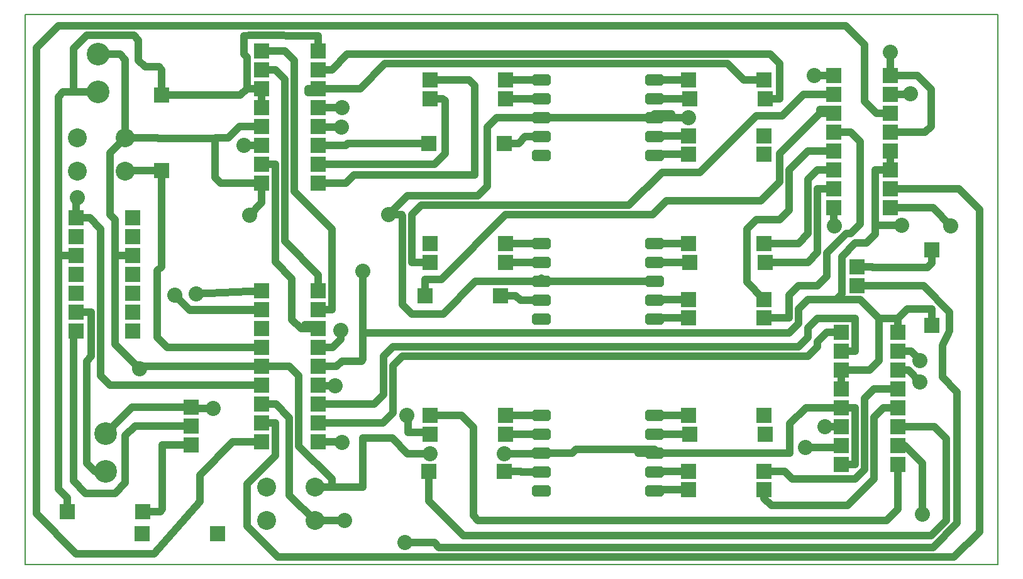
<source format=gbr>
G04 PROTEUS GERBER X2 FILE*
%TF.GenerationSoftware,Labcenter,Proteus,8.8-SP0-Build26547*%
%TF.CreationDate,2024-06-03T23:11:47+00:00*%
%TF.FileFunction,Copper,L2,Bot*%
%TF.FilePolarity,Positive*%
%TF.Part,Single*%
%TF.SameCoordinates,{21ee4477-aff3-40fb-9ee6-804b83d108f7}*%
%FSLAX45Y45*%
%MOMM*%
G01*
%TA.AperFunction,Conductor*%
%ADD10C,1.016000*%
%TA.AperFunction,ViaPad*%
%ADD11C,2.032000*%
%AMDIL002*
4,1,8,
-1.270000,0.457200,-0.965200,0.762000,0.965200,0.762000,1.270000,0.457200,1.270000,-0.457200,
0.965200,-0.762000,-0.965200,-0.762000,-1.270000,-0.457200,-1.270000,0.457200,
0*%
%TA.AperFunction,ComponentPad*%
%ADD12DIL002*%
%TA.AperFunction,ComponentPad*%
%ADD13R,2.032000X2.032000*%
%ADD14C,3.048000*%
%TA.AperFunction,ComponentPad*%
%ADD15C,2.540000*%
%TA.AperFunction,Profile*%
%ADD16C,0.203200*%
%TD.AperFunction*%
D10*
X+3186000Y-10079956D02*
X+2429544Y-10079956D01*
X+2300000Y-10209500D01*
X+2300000Y-10844500D01*
X+2159000Y-10985500D01*
X+1765000Y-10985500D01*
X+1600000Y-10820500D01*
X+1600000Y-8841956D01*
X+1638000Y-8803956D01*
X+2036000Y-10687956D02*
X+1887956Y-10687956D01*
X+1778000Y-10578000D01*
X+1778000Y-9207500D01*
X+1841500Y-9144000D01*
X+1841500Y-8549956D01*
X+1638000Y-8549956D01*
X+4138000Y-9533956D02*
X+2095500Y-9533956D01*
X+1968500Y-9406956D01*
X+1968500Y-7429500D01*
X+1818956Y-7279956D01*
X+1638000Y-7279956D01*
X+9424000Y-10699955D02*
X+9424000Y-10699956D01*
X+9424000Y-10687956D01*
X+9884000Y-10687956D01*
X+9424000Y-10953955D02*
X+9424000Y-10953956D01*
X+9424000Y-10937956D01*
X+9884000Y-10937956D01*
X+7400000Y-10687956D02*
X+7620000Y-10687956D01*
X+7632000Y-10699956D01*
X+7900000Y-10699956D01*
X+7416000Y-10187956D02*
X+7620000Y-10187956D01*
X+7624000Y-10191956D01*
X+7900000Y-10191956D01*
X+7416000Y-9937956D02*
X+7416000Y-9937955D01*
X+7620000Y-9937955D01*
X+7620001Y-9937956D01*
X+7900000Y-9937956D01*
X+9424000Y-10191955D02*
X+9424000Y-10191956D01*
X+9424000Y-10187956D01*
X+9900000Y-10187956D01*
X+9884000Y-9937956D02*
X+9884000Y-9937955D01*
X+9652000Y-9937955D01*
X+9651999Y-9937956D01*
X+9424000Y-9937956D01*
X+11457054Y-10372256D02*
X+11911700Y-10372256D01*
X+11938000Y-10345956D01*
X+5220603Y-10298924D02*
X+5217635Y-10295956D01*
X+4900000Y-10295956D01*
X+11938000Y-8821956D02*
X+11747500Y-8821956D01*
X+11620500Y-8948956D01*
X+11620500Y-9017000D01*
X+11493500Y-9144000D01*
X+6032500Y-9144000D01*
X+5905500Y-9271000D01*
X+5905500Y-9906000D01*
X+5769544Y-10041956D01*
X+4900000Y-10041956D01*
X+4900000Y-9787956D02*
X+5651500Y-9787956D01*
X+5778500Y-9660956D01*
X+5778500Y-9144000D01*
X+5905500Y-9017000D01*
X+11366500Y-9017000D01*
X+11493500Y-8890000D01*
X+11493500Y-8763000D01*
X+11620500Y-8636000D01*
X+12128500Y-8636000D01*
X+12128500Y-9075956D01*
X+11938000Y-9075956D01*
X+5123522Y-9534459D02*
X+4900503Y-9534459D01*
X+4900000Y-9533956D01*
X+11717725Y-10091365D02*
X+11718316Y-10091956D01*
X+11938000Y-10091956D01*
X+12700000Y-9583956D02*
X+12382500Y-9583956D01*
X+12255500Y-9710956D01*
X+12255500Y-10668000D01*
X+12128500Y-10795000D01*
X+11283044Y-10795000D01*
X+11176000Y-10687956D01*
X+10900000Y-10687956D01*
X+10900000Y-10937956D02*
X+10900000Y-11050000D01*
X+11000000Y-11150000D01*
X+12027500Y-11150000D01*
X+12382500Y-10795000D01*
X+12382500Y-9964956D01*
X+12509500Y-9837956D01*
X+12700000Y-9837956D01*
X+6087166Y-9936376D02*
X+6108072Y-9957282D01*
X+6108072Y-10166334D01*
X+6378378Y-10166334D01*
X+6400000Y-10187956D01*
X+13033449Y-11265790D02*
X+13033449Y-10582545D01*
X+12796860Y-10345956D01*
X+12700000Y-10345956D01*
X+13000000Y-9200000D02*
X+12875956Y-9075956D01*
X+12700000Y-9075956D01*
X+13001587Y-9485154D02*
X+12846389Y-9329956D01*
X+12700000Y-9329956D01*
X+9424000Y-8387955D02*
X+9424000Y-8387956D01*
X+9424000Y-8375956D01*
X+9884000Y-8375956D01*
X+9424000Y-8641955D02*
X+9424000Y-8641956D01*
X+9424000Y-8625956D01*
X+9884000Y-8625956D01*
X+7350000Y-8325956D02*
X+7556500Y-8325956D01*
X+7618500Y-8387956D01*
X+7900000Y-8387956D01*
X+7416000Y-7875956D02*
X+7620000Y-7875956D01*
X+7624000Y-7879956D01*
X+7900000Y-7879956D01*
X+7416000Y-7625956D02*
X+7416000Y-7625955D01*
X+7620000Y-7625955D01*
X+7620001Y-7625956D01*
X+7900000Y-7625956D01*
X+9424000Y-7879955D02*
X+9424000Y-7879956D01*
X+9424000Y-7875956D01*
X+9900000Y-7875956D01*
X+9884000Y-7625956D02*
X+9884000Y-7625955D01*
X+9652000Y-7625955D01*
X+9651999Y-7625956D01*
X+9424000Y-7625956D01*
X+2963726Y-8320224D02*
X+2963130Y-8320224D01*
X+3160862Y-8517956D01*
X+3161458Y-8517956D01*
X+4138000Y-8517956D02*
X+3161458Y-8517956D01*
X+4138000Y-8517956D02*
X+4036400Y-8521571D01*
X+3165073Y-8521571D01*
X+3161458Y-8517956D01*
X+2963726Y-8320224D02*
X+3161458Y-8517956D01*
X+12873802Y-5613072D02*
X+12864918Y-5621956D01*
X+12600000Y-5621956D01*
X+11838000Y-6383956D02*
X+11493500Y-6383957D01*
X+11239500Y-6637957D01*
X+11239500Y-7175500D01*
X+11112500Y-7302500D01*
X+10795000Y-7302500D01*
X+10668000Y-7429500D01*
X+10668000Y-8143956D01*
X+10900000Y-8375956D01*
X+11838000Y-6129957D02*
X+11838000Y-6129956D01*
X+11650043Y-5875957D02*
X+11650043Y-5825156D01*
X+11838000Y-5825156D01*
X+11838000Y-5875956D01*
X+11838000Y-5875957D01*
X+7420956Y-7239000D02*
X+9398000Y-7239000D01*
X+9588500Y-7048500D01*
X+10858500Y-7048500D01*
X+11112500Y-6794500D01*
X+11112500Y-6413500D01*
X+11650043Y-5875957D01*
X+11837999Y-5875957D01*
X+11838000Y-5875956D01*
X+7420956Y-7239000D02*
X+6579978Y-8079978D01*
X+6554108Y-8105848D01*
X+6332029Y-8105848D01*
X+6334000Y-8107819D01*
X+6334000Y-8325956D01*
X+11838000Y-5621957D02*
X+11838000Y-5621956D01*
X+11430000Y-5621957D01*
X+11146457Y-5905500D01*
X+10795000Y-5905500D01*
X+10033000Y-6667500D01*
X+9525000Y-6667500D01*
X+9080500Y-7112000D01*
X+6286500Y-7112000D01*
X+6159500Y-7239000D01*
X+6159500Y-7875956D01*
X+6400000Y-7875956D01*
X+11574172Y-5367249D02*
X+11574879Y-5367956D01*
X+11838000Y-5367956D01*
X+11838000Y-6891957D02*
X+11838000Y-6891956D01*
X+11620500Y-6891957D01*
X+11620500Y-7747000D01*
X+11491544Y-7875956D01*
X+10916000Y-7875956D01*
X+11838000Y-6637957D02*
X+11838000Y-6637956D01*
X+11837999Y-6637956D01*
X+11620500Y-6637956D01*
X+11493500Y-6764956D01*
X+11493500Y-7493000D01*
X+11360544Y-7625956D01*
X+10900000Y-7625956D01*
X+9424000Y-6187955D02*
X+9424000Y-6187956D01*
X+9424000Y-6175956D01*
X+9884000Y-6175956D01*
X+9424000Y-6441955D02*
X+9424000Y-6441956D01*
X+9424000Y-6425956D01*
X+9884000Y-6425956D01*
X+7400000Y-6275956D02*
X+7595500Y-6275956D01*
X+7683500Y-6187956D01*
X+7900000Y-6187956D01*
X+7416000Y-5675956D02*
X+7620000Y-5675956D01*
X+7624000Y-5679956D01*
X+7900000Y-5679956D01*
X+7416000Y-5425956D02*
X+7416000Y-5425955D01*
X+7620000Y-5425955D01*
X+7620001Y-5425956D01*
X+7900000Y-5425956D01*
X+9424000Y-5679955D02*
X+9424000Y-5679956D01*
X+9424000Y-5675956D01*
X+9900000Y-5675956D01*
X+9884000Y-5425956D02*
X+9884000Y-5425955D01*
X+9652000Y-5425955D01*
X+9651999Y-5425956D01*
X+9424000Y-5425956D01*
X+5214438Y-5795155D02*
X+4897199Y-5795155D01*
X+4896000Y-5793956D01*
X+5208049Y-6060535D02*
X+4908579Y-6060535D01*
X+4896000Y-6047956D01*
X+4896000Y-6301956D02*
X+5270500Y-6301956D01*
X+5296500Y-6275956D01*
X+6384000Y-6275956D01*
X+6400000Y-5675956D02*
X+6575956Y-5675956D01*
X+6604000Y-5704000D01*
X+6604000Y-6413500D01*
X+6461544Y-6555956D01*
X+4896000Y-6555956D01*
X+6400000Y-5425956D02*
X+6925956Y-5425956D01*
X+7000000Y-5500000D01*
X+7000000Y-6700000D01*
X+5380456Y-6700000D01*
X+5270500Y-6809956D01*
X+4896000Y-6809956D01*
X+4896000Y-5285955D02*
X+4896000Y-5285956D01*
X+5080000Y-5285955D01*
X+5285955Y-5080000D01*
X+10985500Y-5080000D01*
X+11112500Y-5207000D01*
X+11112500Y-5675956D01*
X+10916000Y-5675956D01*
X+4896000Y-5539956D02*
X+4896000Y-5590756D01*
X+4762500Y-5590756D01*
X+4762500Y-5539955D01*
X+4896000Y-5539955D01*
X+4896000Y-5539956D02*
X+5461000Y-5539955D01*
X+5793955Y-5207000D01*
X+10407000Y-5207000D01*
X+10625956Y-5425956D01*
X+10900000Y-5425956D01*
X+4719578Y-8771956D02*
X+4719578Y-8721155D01*
X+4900000Y-8721155D01*
X+4900000Y-8771956D01*
X+4900000Y-8771955D01*
X+4719578Y-8771956D02*
X+4900000Y-8771956D01*
X+4318000Y-6555956D02*
X+4134000Y-6555956D01*
X+4318000Y-6555956D02*
X+4318000Y-7853476D01*
X+4318000Y-7874054D01*
X+4544365Y-8100419D01*
X+4544365Y-8650165D01*
X+4666155Y-8771955D01*
X+4666156Y-8771956D01*
X+4719578Y-8771956D01*
X+4850000Y-11350000D02*
X+4508500Y-11008500D01*
X+4508500Y-9969500D01*
X+4326956Y-9787956D01*
X+4138000Y-9787956D01*
X+4134000Y-5031956D02*
X+4445000Y-5031956D01*
X+4572000Y-5158956D01*
X+4572000Y-6921500D01*
X+5080000Y-7429500D01*
X+5080000Y-8517955D01*
X+4900000Y-8517956D01*
X+4900000Y-8517955D01*
X+4134000Y-5285956D02*
X+4318000Y-5285956D01*
X+4445000Y-5412956D01*
X+4445000Y-7595000D01*
X+4900000Y-8050000D01*
X+4900000Y-8263956D01*
X+3250000Y-8300000D02*
X+4137640Y-8263596D01*
X+4138000Y-8263956D01*
X+3900000Y-6300000D02*
X+3901956Y-6301956D01*
X+4134000Y-6301956D01*
X+2786000Y-6645956D02*
X+2786000Y-7937500D01*
X+2730500Y-7993000D01*
X+2730500Y-8890000D01*
X+2866456Y-9025956D01*
X+4138000Y-9025956D01*
X+2786000Y-6645956D02*
X+2304044Y-6645956D01*
X+2300000Y-6650000D01*
X+3186000Y-10333956D02*
X+2800000Y-10333956D01*
X+2800000Y-11200000D01*
X+2770044Y-11229956D01*
X+2536000Y-11229956D01*
X+13162000Y-7711956D02*
X+13162000Y-7888000D01*
X+13100000Y-7950000D01*
X+12366088Y-7950000D01*
X+12358044Y-7941956D01*
X+12150000Y-7941956D01*
X+2490185Y-9312010D02*
X+2159000Y-8980825D01*
X+2159000Y-7787954D01*
X+2300000Y-6200000D02*
X+2095500Y-6404500D01*
X+2095500Y-7239000D01*
X+2159000Y-7302500D01*
X+2159000Y-7787954D01*
X+4138000Y-9279956D02*
X+4508500Y-9279956D01*
X+4635500Y-9406956D01*
X+4635500Y-10350500D01*
X+5080000Y-10795000D01*
X+5080000Y-10900000D01*
X+5500000Y-10604500D02*
X+5500000Y-10900000D01*
X+5080000Y-10900000D01*
X+7900000Y-5933956D02*
X+7302500Y-5933956D01*
X+7175500Y-6060956D01*
X+7175500Y-6858000D01*
X+7048500Y-6985000D01*
X+6098752Y-6985000D01*
X+5847834Y-7235918D01*
X+2222500Y-7787954D02*
X+2159000Y-7787954D01*
X+3186000Y-9825956D02*
X+2390000Y-9825956D01*
X+2036000Y-10179956D01*
X+2300000Y-6200000D02*
X+2730500Y-6200000D01*
X+2742259Y-6211759D01*
X+3507161Y-6211759D01*
X+7900000Y-10445956D02*
X+8318500Y-10445956D01*
X+8369303Y-10395153D01*
X+9207500Y-10395153D01*
X+7900000Y-8133956D02*
X+8382000Y-8133956D01*
X+8382001Y-8133955D01*
X+9424000Y-8133956D01*
X+9424000Y-8133955D01*
X+9424000Y-5933956D02*
X+7937501Y-5933955D01*
X+7937500Y-5933956D01*
X+7900000Y-5933956D01*
X+2222500Y-7787954D02*
X+2399999Y-7787954D01*
X+2400000Y-7787956D01*
X+2400000Y-7787955D01*
X+6400000Y-10450000D02*
X+6100000Y-10450000D01*
X+5895239Y-10245239D01*
X+5500000Y-10245239D01*
X+5500000Y-10604500D01*
X+9424000Y-5933955D02*
X+9424000Y-5933956D01*
X+9424000Y-5884713D01*
X+9652000Y-5884713D01*
X+9652000Y-5935514D01*
X+11938000Y-9837956D02*
X+12128500Y-9837956D01*
X+12128500Y-10599956D01*
X+11938000Y-10599956D01*
X+9207500Y-10395153D02*
X+9424000Y-10395153D01*
X+9424000Y-10445956D01*
X+9424000Y-10445955D01*
X+3518920Y-6200000D02*
X+3507161Y-6211759D01*
X+9885495Y-5935514D02*
X+9652000Y-5935514D01*
X+9424000Y-10445956D02*
X+9398000Y-10445955D01*
X+9397999Y-10445954D01*
X+9207500Y-10445954D01*
X+9207500Y-10395153D01*
X+7900000Y-10445956D02*
X+7895956Y-10450000D01*
X+7400000Y-10450000D01*
X+4850000Y-10900000D02*
X+5080000Y-10900000D01*
X+7900000Y-8133956D02*
X+7900000Y-8133955D01*
X+7902350Y-8087275D01*
X+7855669Y-8133956D01*
X+7015812Y-8133956D02*
X+7855669Y-8133956D01*
X+6546456Y-8572500D02*
X+6577268Y-8572500D01*
X+7015812Y-8133956D01*
X+6546456Y-8572500D02*
X+6159500Y-8572500D01*
X+6032500Y-8445500D01*
X+6032500Y-7250000D02*
X+6032500Y-8445500D01*
X+5847834Y-7235918D02*
X+6018418Y-7235918D01*
X+6032500Y-7250000D01*
X+4134000Y-6809956D02*
X+4134000Y-7078174D01*
X+3969220Y-7242954D01*
X+4850000Y-10900000D02*
X+4800000Y-10900000D01*
X+11938000Y-9837956D02*
X+11462044Y-9837956D01*
X+11250000Y-10050000D01*
X+11250000Y-10447303D01*
X+11200000Y-10445955D01*
X+9424000Y-10445956D01*
X+9652000Y-5935514D02*
X+9425558Y-5935514D01*
X+9424000Y-5933956D01*
X+12600000Y-5367956D02*
X+12600000Y-5050000D01*
X+12600000Y-5367956D02*
X+12967956Y-5367956D01*
X+13150000Y-5550000D01*
X+13150000Y-6050000D01*
X+13070044Y-6129956D01*
X+12600000Y-6129956D01*
X+3937000Y-6047956D02*
X+4134000Y-6047956D01*
X+3937000Y-6047956D02*
X+3835043Y-6047956D01*
X+3750000Y-6132999D02*
X+3835043Y-6047956D01*
X+3750000Y-6132999D02*
X+3683000Y-6199999D01*
X+3682999Y-6200000D02*
X+3683000Y-6199999D01*
X+3682999Y-6200000D02*
X+3518920Y-6200000D01*
X+4134000Y-6809956D02*
X+3580976Y-6809956D01*
X+3507161Y-6736141D01*
X+3507161Y-6211759D01*
X+3186000Y-9825956D02*
X+3200121Y-9840077D01*
X+3485524Y-9840077D01*
X+2490185Y-9312010D02*
X+2522239Y-9279956D01*
X+2730500Y-9279956D01*
X+3186000Y-9279956D01*
X+4138000Y-9279956D02*
X+3186000Y-9279956D01*
X+2300000Y-6200000D02*
X+2300000Y-5150000D01*
X+2229956Y-5079956D01*
X+1936000Y-5079956D01*
X+11874500Y-8382000D02*
X+11493500Y-8382000D01*
X+11366500Y-8509000D01*
X+11366500Y-8699500D01*
X+11239500Y-8826500D01*
X+5500000Y-8826500D01*
X+12600000Y-6637956D02*
X+12600000Y-6383956D01*
X+11938000Y-9329956D02*
X+11938000Y-9583956D01*
X+11938000Y-9329956D02*
X+12319000Y-9329956D01*
X+12446000Y-9202956D01*
X+12446000Y-8636000D01*
X+11874500Y-8382000D02*
X+12192000Y-8382000D01*
X+12446000Y-8636000D01*
X+12700000Y-8636000D02*
X+12700000Y-8821956D01*
X+12446000Y-8636000D02*
X+12700000Y-8636000D01*
X+12827000Y-8509000D01*
X+13162000Y-8509000D01*
X+13162000Y-8727956D01*
X+1520000Y-11229956D02*
X+1520000Y-11049000D01*
X+1397000Y-10926000D01*
X+1397000Y-7787955D01*
X+2786000Y-5629956D02*
X+3847000Y-5629956D01*
X+3937000Y-5539956D01*
X+3900000Y-4852500D02*
X+3900000Y-5080000D01*
X+3937000Y-5117000D01*
X+3937000Y-5539956D01*
X+1397000Y-7787955D02*
X+1637999Y-7787955D01*
X+1638000Y-7787956D01*
X+4134000Y-5539956D02*
X+4134000Y-5793956D01*
X+1397000Y-7787954D02*
X+1397000Y-7747000D01*
X+5500000Y-8890000D02*
X+5500000Y-8826500D01*
X+1397000Y-7620000D02*
X+1397000Y-7747000D01*
X+5500000Y-8953500D02*
X+5500000Y-8890000D01*
X+5500000Y-9144000D02*
X+5500000Y-8953500D01*
X+5400000Y-9207500D02*
X+5461000Y-9207500D01*
X+1397000Y-7787955D02*
X+1397000Y-7787954D01*
X+5478385Y-9207500D02*
X+5500000Y-9185885D01*
X+5500000Y-9144000D01*
X+5500000Y-8000000D02*
X+5500000Y-8826500D01*
X+4134000Y-5539956D02*
X+3937000Y-5539956D01*
X+3900000Y-4852500D02*
X+3900000Y-4833712D01*
X+4000500Y-4826000D01*
X+4900000Y-4833712D01*
X+4896000Y-5031956D01*
X+2476500Y-4889500D02*
X+2476500Y-5159350D01*
X+2786000Y-5629956D02*
X+2786000Y-5286000D01*
X+2750000Y-5250000D01*
X+2567150Y-5250000D01*
X+2476500Y-5159350D01*
X+1600000Y-5587956D02*
X+1462044Y-5587956D01*
X+1397000Y-5653000D01*
X+1397000Y-7620000D01*
X+1600000Y-5587956D02*
X+1637956Y-5587956D01*
X+1600000Y-5550000D02*
X+1637956Y-5587956D01*
X+1936000Y-5587956D01*
X+1600000Y-5587956D02*
X+1600000Y-5550000D01*
X+1600000Y-5004000D01*
X+1778000Y-4826000D02*
X+1600000Y-5004000D01*
X+2413000Y-4826000D02*
X+1840593Y-4826000D01*
X+1778000Y-4826000D01*
X+2476500Y-4889500D02*
X+2413000Y-4826000D01*
X+5143500Y-9279956D02*
X+4900000Y-9279956D01*
X+5143500Y-9279956D02*
X+5215956Y-9207500D01*
X+5400000Y-9207500D01*
X+5478385Y-9207500D02*
X+5461000Y-9207500D01*
X+12600000Y-5875956D02*
X+12416456Y-5875956D01*
X+12255500Y-5715000D01*
X+12255500Y-4953000D01*
X+12001500Y-4699000D01*
X+1397000Y-4699000D01*
X+1100000Y-4996000D01*
X+1100000Y-11260000D01*
X+1640000Y-11800000D01*
X+2687309Y-11800000D01*
X+3300000Y-11100000D01*
X+3300000Y-10742456D01*
X+3746500Y-10295956D01*
X+4138000Y-10295956D01*
X+4850000Y-11350000D02*
X+5250000Y-11350000D01*
X+6400000Y-9937956D02*
X+6826456Y-9937956D01*
X+6985000Y-10096500D01*
X+6985000Y-11285000D01*
X+7050000Y-11350000D01*
X+12550000Y-11350000D01*
X+12700000Y-11200000D01*
X+12700000Y-10599956D01*
X+6384000Y-10687956D02*
X+6384000Y-11084000D01*
X+6850000Y-11550000D01*
X+13150000Y-11550000D01*
X+13350000Y-11350000D01*
X+13350000Y-10250000D01*
X+13191956Y-10091956D01*
X+12700000Y-10091956D01*
X+12600000Y-6891956D02*
X+13525500Y-6891956D01*
X+13800000Y-7166456D01*
X+13800000Y-11500000D01*
X+13457123Y-11842877D01*
X+4349877Y-11842877D01*
X+3937000Y-11430000D01*
X+3937000Y-10858500D01*
X+4318000Y-10477500D01*
X+4318000Y-10041956D01*
X+4138000Y-10041956D01*
X+1638000Y-7279956D02*
X+1638000Y-7016651D01*
X+1651536Y-7003115D01*
X+6060871Y-11650197D02*
X+6459999Y-11650197D01*
X+6525708Y-11715906D01*
X+13172253Y-11715906D01*
X+13500000Y-11388159D01*
X+13500000Y-9623548D01*
X+13300000Y-9423548D01*
X+13300000Y-9000000D01*
X+13400000Y-8803790D01*
X+13400000Y-8544473D01*
X+13051483Y-8195956D01*
X+12150000Y-8195956D01*
X+11838000Y-6129956D02*
X+12065000Y-6129957D01*
X+12192000Y-6256957D01*
X+12192000Y-7366000D01*
X+12065000Y-7493000D01*
X+12007000Y-7493000D01*
X+11747500Y-7752500D01*
X+11747500Y-8064500D01*
X+11620500Y-8191500D01*
X+11366500Y-8191500D01*
X+11239500Y-8318500D01*
X+11239500Y-8625956D01*
X+10900000Y-8625956D01*
X+11838000Y-7145956D02*
X+11838000Y-7376949D01*
X+11845892Y-7384841D01*
X+12756874Y-7378809D02*
X+12415446Y-7378809D01*
X+12400000Y-7363363D01*
X+12400000Y-6637956D01*
X+12600000Y-6637956D01*
X+11874500Y-8382000D02*
X+11950000Y-8306500D01*
X+11950000Y-7800000D01*
X+12130000Y-7620000D01*
X+12280000Y-7620000D01*
X+12400000Y-7500000D01*
X+12400000Y-7363363D01*
X+12600000Y-7145956D02*
X+13172398Y-7145956D01*
X+13411529Y-7385087D01*
X+5200387Y-8796905D02*
X+5200387Y-8912709D01*
X+5087074Y-9026022D01*
X+5075260Y-9026022D01*
X+4900066Y-9026022D01*
X+4900000Y-9025956D01*
D11*
X+11457054Y-10372256D03*
X+5220603Y-10298924D03*
X+5123522Y-9534459D03*
X+11717725Y-10091365D03*
X+6087166Y-9936376D03*
X+13033449Y-11265790D03*
X+13000000Y-9200000D03*
X+13001587Y-9485154D03*
X+2963726Y-8320224D03*
X+12873802Y-5613072D03*
X+11574172Y-5367249D03*
X+5214438Y-5795155D03*
X+5208049Y-6060535D03*
X+3250000Y-8300000D03*
X+3900000Y-6300000D03*
X+7400000Y-10450000D03*
X+6400000Y-10450000D03*
X+5847834Y-7235918D03*
X+3969220Y-7242954D03*
X+9885495Y-5935514D03*
X+12600000Y-5050000D03*
X+3485524Y-9840077D03*
X+2490185Y-9312010D03*
X+5500000Y-8000000D03*
X+5250000Y-11350000D03*
X+1651536Y-7003115D03*
X+6060871Y-11650197D03*
X+11845892Y-7384841D03*
X+12756874Y-7378809D03*
X+13411529Y-7385087D03*
X+5200387Y-8796905D03*
D12*
X+9424000Y-6187956D03*
X+9424000Y-6441956D03*
X+7900000Y-6187956D03*
X+9424000Y-5933956D03*
X+7900000Y-5933956D03*
X+7900000Y-5679956D03*
X+7900000Y-6441956D03*
X+7900000Y-5425956D03*
X+9424000Y-5425956D03*
X+9424000Y-5679956D03*
X+9424000Y-8387956D03*
X+9424000Y-8641956D03*
X+7900000Y-8387956D03*
X+9424000Y-8133956D03*
X+7900000Y-8133956D03*
X+7900000Y-7879956D03*
X+7900000Y-8641956D03*
X+7900000Y-7625956D03*
X+9424000Y-7625956D03*
X+9424000Y-7879956D03*
X+9424000Y-10699956D03*
X+9424000Y-10953956D03*
X+7900000Y-10699956D03*
X+9424000Y-10445956D03*
X+7900000Y-10445956D03*
X+7900000Y-10191956D03*
X+7900000Y-10953956D03*
X+7900000Y-9937956D03*
X+9424000Y-9937956D03*
X+9424000Y-10191956D03*
D13*
X+10900000Y-10687956D03*
X+9884000Y-10687956D03*
X+10900000Y-10937956D03*
X+9884000Y-10937956D03*
X+6384000Y-10687956D03*
X+7400000Y-10687956D03*
X+6400000Y-10187956D03*
X+7416000Y-10187956D03*
X+6400000Y-9937956D03*
X+7416000Y-9937956D03*
X+10916000Y-10187956D03*
X+9900000Y-10187956D03*
X+10900000Y-9937956D03*
X+9884000Y-9937956D03*
X+10900000Y-8375956D03*
X+9884000Y-8375956D03*
X+10900000Y-8625956D03*
X+9884000Y-8625956D03*
X+6334000Y-8325956D03*
X+7350000Y-8325956D03*
X+6400000Y-7875956D03*
X+7416000Y-7875956D03*
X+6400000Y-7625956D03*
X+7416000Y-7625956D03*
X+10916000Y-7875956D03*
X+9900000Y-7875956D03*
X+10900000Y-7625956D03*
X+9884000Y-7625956D03*
X+10900000Y-6175956D03*
X+9884000Y-6175956D03*
X+10900000Y-6425956D03*
X+9884000Y-6425956D03*
X+6384000Y-6275956D03*
X+7400000Y-6275956D03*
X+6400000Y-5675956D03*
X+7416000Y-5675956D03*
X+6400000Y-5425956D03*
X+7416000Y-5425956D03*
X+10916000Y-5675956D03*
X+9900000Y-5675956D03*
X+10900000Y-5425956D03*
X+9884000Y-5425956D03*
X+11938000Y-8821956D03*
X+11938000Y-9075956D03*
X+11938000Y-9329956D03*
X+11938000Y-9583956D03*
X+11938000Y-9837956D03*
X+11938000Y-10091956D03*
X+11938000Y-10345956D03*
X+11938000Y-10599956D03*
X+12700000Y-10599956D03*
X+12700000Y-10345956D03*
X+12700000Y-10091956D03*
X+12700000Y-9837956D03*
X+12700000Y-9583956D03*
X+12700000Y-9329956D03*
X+12700000Y-9075956D03*
X+12700000Y-8821956D03*
X+12600000Y-7145956D03*
X+12600000Y-6891956D03*
X+12600000Y-6637956D03*
X+12600000Y-6383956D03*
X+12600000Y-6129956D03*
X+12600000Y-5875956D03*
X+12600000Y-5621956D03*
X+12600000Y-5367956D03*
X+11838000Y-5367956D03*
X+11838000Y-5621956D03*
X+11838000Y-5875956D03*
X+11838000Y-6129956D03*
X+11838000Y-6383956D03*
X+11838000Y-6637956D03*
X+11838000Y-6891956D03*
X+11838000Y-7145956D03*
X+4134000Y-5031956D03*
X+4134000Y-5285956D03*
X+4134000Y-5539956D03*
X+4134000Y-5793956D03*
X+4134000Y-6047956D03*
X+4134000Y-6301956D03*
X+4134000Y-6555956D03*
X+4134000Y-6809956D03*
X+4896000Y-6809956D03*
X+4896000Y-6555956D03*
X+4896000Y-6301956D03*
X+4896000Y-6047956D03*
X+4896000Y-5793956D03*
X+4896000Y-5539956D03*
X+4896000Y-5285956D03*
X+4896000Y-5031956D03*
D14*
X+1936000Y-5079956D03*
X+1936000Y-5587956D03*
X+2036000Y-10179956D03*
X+2036000Y-10687956D03*
D13*
X+3186000Y-10333956D03*
X+3186000Y-10079956D03*
X+3186000Y-9825956D03*
X+13162000Y-8727956D03*
X+13162000Y-7711956D03*
X+2536000Y-11229956D03*
X+1520000Y-11229956D03*
X+2786000Y-5629956D03*
X+2786000Y-6645956D03*
X+1638000Y-7279956D03*
X+1638000Y-7533956D03*
X+1638000Y-7787956D03*
X+1638000Y-8041956D03*
X+1638000Y-8295956D03*
X+1638000Y-8549956D03*
X+1638000Y-8803956D03*
X+2400000Y-8803956D03*
X+2400000Y-8549956D03*
X+2400000Y-8295956D03*
X+2400000Y-8041956D03*
X+2400000Y-7787956D03*
X+2400000Y-7533956D03*
X+2400000Y-7279956D03*
X+4138000Y-8263956D03*
X+4138000Y-8517956D03*
X+4138000Y-8771956D03*
X+4138000Y-9025956D03*
X+4138000Y-9279956D03*
X+4138000Y-9533956D03*
X+4138000Y-9787956D03*
X+4138000Y-10041956D03*
X+4138000Y-10295956D03*
X+4900000Y-10295956D03*
X+4900000Y-10041956D03*
X+4900000Y-9787956D03*
X+4900000Y-9533956D03*
X+4900000Y-9279956D03*
X+4900000Y-9025956D03*
X+4900000Y-8771956D03*
X+4900000Y-8517956D03*
X+4900000Y-8263956D03*
X+12150000Y-7941956D03*
X+12150000Y-8195956D03*
D15*
X+2300000Y-6650000D03*
X+1650000Y-6650000D03*
X+2300000Y-6200000D03*
X+1650000Y-6200000D03*
X+4850000Y-11350000D03*
X+4200000Y-11350000D03*
X+4850000Y-10900000D03*
X+4200000Y-10900000D03*
D13*
X+2521627Y-11525166D03*
X+3537627Y-11525166D03*
D16*
X+950000Y-11941956D02*
X+14050000Y-11941956D01*
X+14050000Y-4541956D01*
X+950000Y-4541956D01*
X+950000Y-11941956D01*
M02*

</source>
